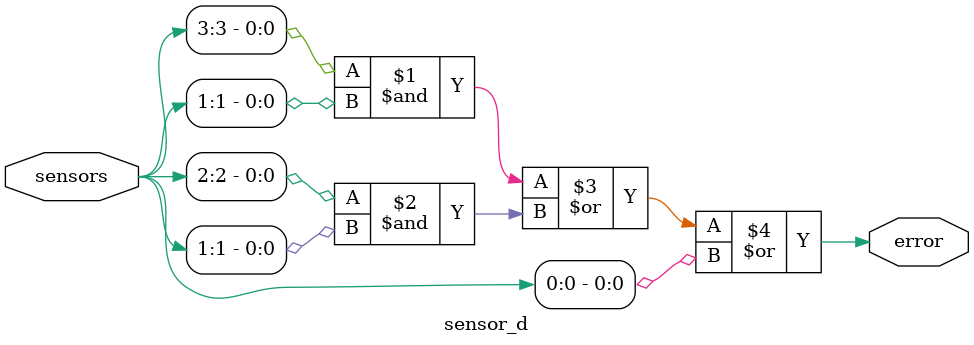
<source format=sv>


module sensor_d(input logic [3:0] sensors, output logic error);
	//F = AC + BC + D
	//ABCD 3210

	assign error = (sensors[3] & sensors[1]) | (sensors[2] & sensors[1]) | sensors[0];
endmodule

</source>
